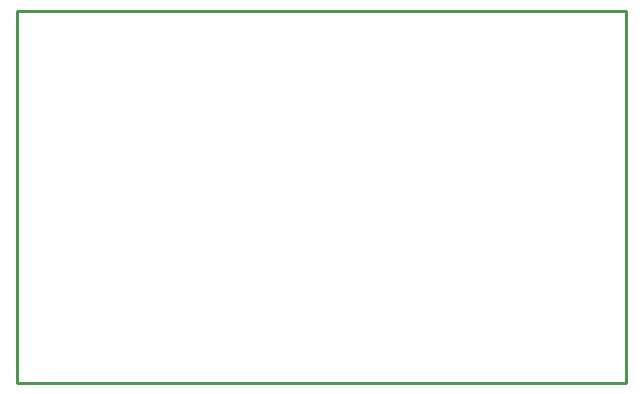
<source format=gko>
%FSTAX23Y23*%
%MOIN*%
%SFA1B1*%

%IPPOS*%
%ADD37C,0.010000*%
%LNheadband-pcb-1*%
%LPD*%
G54D37*
X0203Y0D02*
Y0124D01*
X0Y0D02*
X0203D01*
X0D02*
Y0124D01*
X0203*
M02*
</source>
